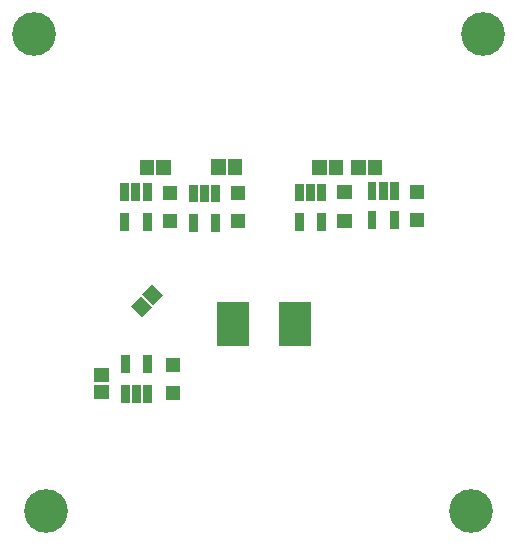
<source format=gbs>
G04 Layer: BottomSolderMaskLayer*
G04 EasyEDA v6.3.22, 2020-01-22T11:07:26+01:00*
G04 6c73b54d2adc4a05a2782a56d08821ed,6ac03ef627a24f5ab7c901ca926ad83b,10*
G04 Gerber Generator version 0.2*
G04 Scale: 100 percent, Rotated: No, Reflected: No *
G04 Dimensions in millimeters *
G04 leading zeros omitted , absolute positions ,3 integer and 3 decimal *
%FSLAX33Y33*%
%MOMM*%
G90*
G71D02*

%ADD24C,3.703193*%

%LPD*%
G36*
G01X24739Y21148D02*
G01X24739Y24851D01*
G01X27442Y24851D01*
G01X27442Y21148D01*
G01X24739Y21148D01*
G37*
G36*
G01X19458Y21148D02*
G01X19458Y24851D01*
G01X22161Y24851D01*
G01X22161Y21148D01*
G01X19458Y21148D01*
G37*
G54D24*
G01X4999Y7140D03*
G01X40999Y7140D03*
G01X41999Y47499D03*
G01X3999Y47499D03*
G36*
G01X26052Y33357D02*
G01X26052Y34861D01*
G01X26807Y34861D01*
G01X26807Y33357D01*
G01X26052Y33357D01*
G37*
G36*
G01X27002Y33357D02*
G01X27002Y34861D01*
G01X27757Y34861D01*
G01X27757Y33357D01*
G01X27002Y33357D01*
G37*
G36*
G01X27952Y33357D02*
G01X27952Y34861D01*
G01X28707Y34861D01*
G01X28707Y33357D01*
G01X27952Y33357D01*
G37*
G36*
G01X27952Y30858D02*
G01X27952Y32362D01*
G01X28707Y32362D01*
G01X28707Y30858D01*
G01X27952Y30858D01*
G37*
G36*
G01X26052Y30858D02*
G01X26052Y32362D01*
G01X26807Y32362D01*
G01X26807Y30858D01*
G01X26052Y30858D01*
G37*
G36*
G01X32222Y33507D02*
G01X32222Y35011D01*
G01X32976Y35011D01*
G01X32976Y33507D01*
G01X32222Y33507D01*
G37*
G36*
G01X33172Y33507D02*
G01X33172Y35011D01*
G01X33926Y35011D01*
G01X33926Y33507D01*
G01X33172Y33507D01*
G37*
G36*
G01X34122Y33507D02*
G01X34122Y35011D01*
G01X34876Y35011D01*
G01X34876Y33507D01*
G01X34122Y33507D01*
G37*
G36*
G01X34122Y31008D02*
G01X34122Y32512D01*
G01X34876Y32512D01*
G01X34876Y31008D01*
G01X34122Y31008D01*
G37*
G36*
G01X32222Y31008D02*
G01X32222Y32512D01*
G01X32976Y32512D01*
G01X32976Y31008D01*
G01X32222Y31008D01*
G37*
G36*
G01X17104Y33279D02*
G01X17104Y34780D01*
G01X17856Y34780D01*
G01X17856Y33279D01*
G01X17104Y33279D01*
G37*
G36*
G01X18054Y33279D02*
G01X18054Y34780D01*
G01X18806Y34780D01*
G01X18806Y33279D01*
G01X18054Y33279D01*
G37*
G36*
G01X19004Y33279D02*
G01X19004Y34780D01*
G01X19756Y34780D01*
G01X19756Y33279D01*
G01X19004Y33279D01*
G37*
G36*
G01X19004Y30777D02*
G01X19004Y32280D01*
G01X19756Y32280D01*
G01X19756Y30777D01*
G01X19004Y30777D01*
G37*
G36*
G01X17104Y30777D02*
G01X17104Y32280D01*
G01X17856Y32280D01*
G01X17856Y30777D01*
G01X17104Y30777D01*
G37*
G36*
G01X11282Y33378D02*
G01X11282Y34881D01*
G01X12037Y34881D01*
G01X12037Y33378D01*
G01X11282Y33378D01*
G37*
G36*
G01X12232Y33378D02*
G01X12232Y34881D01*
G01X12987Y34881D01*
G01X12987Y33378D01*
G01X12232Y33378D01*
G37*
G36*
G01X13182Y33378D02*
G01X13182Y34881D01*
G01X13936Y34881D01*
G01X13936Y33378D01*
G01X13182Y33378D01*
G37*
G36*
G01X13182Y30878D02*
G01X13182Y32382D01*
G01X13936Y32382D01*
G01X13936Y30878D01*
G01X13182Y30878D01*
G37*
G36*
G01X11282Y30878D02*
G01X11282Y32382D01*
G01X12037Y32382D01*
G01X12037Y30878D01*
G01X11282Y30878D01*
G37*
G36*
G01X14869Y33469D02*
G01X14869Y34671D01*
G01X16070Y34671D01*
G01X16070Y33469D01*
G01X14869Y33469D01*
G37*
G36*
G01X14869Y31069D02*
G01X14869Y32270D01*
G01X16070Y32270D01*
G01X16070Y31069D01*
G01X14869Y31069D01*
G37*
G36*
G01X20637Y33469D02*
G01X20637Y34671D01*
G01X21841Y34671D01*
G01X21841Y33469D01*
G01X20637Y33469D01*
G37*
G36*
G01X20637Y31069D02*
G01X20637Y32270D01*
G01X21841Y32270D01*
G01X21841Y31069D01*
G01X20637Y31069D01*
G37*
G36*
G01X29677Y33528D02*
G01X29677Y34732D01*
G01X30881Y34732D01*
G01X30881Y33528D01*
G01X29677Y33528D01*
G37*
G36*
G01X29677Y31127D02*
G01X29677Y32331D01*
G01X30881Y32331D01*
G01X30881Y31127D01*
G01X29677Y31127D01*
G37*
G36*
G01X35829Y33568D02*
G01X35829Y34772D01*
G01X37030Y34772D01*
G01X37030Y33568D01*
G01X35829Y33568D01*
G37*
G36*
G01X35829Y31168D02*
G01X35829Y32372D01*
G01X37030Y32372D01*
G01X37030Y31168D01*
G01X35829Y31168D01*
G37*
G36*
G01X13243Y16327D02*
G01X13243Y17830D01*
G01X13995Y17830D01*
G01X13995Y16327D01*
G01X13243Y16327D01*
G37*
G36*
G01X12293Y16327D02*
G01X12293Y17830D01*
G01X13045Y17830D01*
G01X13045Y16327D01*
G01X12293Y16327D01*
G37*
G36*
G01X11343Y16327D02*
G01X11343Y17830D01*
G01X12095Y17830D01*
G01X12095Y16327D01*
G01X11343Y16327D01*
G37*
G36*
G01X11343Y18829D02*
G01X11343Y20332D01*
G01X12095Y20332D01*
G01X12095Y18829D01*
G01X11343Y18829D01*
G37*
G36*
G01X13243Y18829D02*
G01X13243Y20332D01*
G01X13995Y20332D01*
G01X13995Y18829D01*
G01X13243Y18829D01*
G37*
G36*
G01X12938Y35557D02*
G01X12938Y36860D01*
G01X14142Y36860D01*
G01X14142Y35557D01*
G01X12938Y35557D01*
G37*
G36*
G01X14338Y35557D02*
G01X14338Y36860D01*
G01X15542Y36860D01*
G01X15542Y35557D01*
G01X14338Y35557D01*
G37*
G36*
G01X18999Y35608D02*
G01X18999Y36911D01*
G01X20200Y36911D01*
G01X20200Y35608D01*
G01X18999Y35608D01*
G37*
G36*
G01X20398Y35608D02*
G01X20398Y36911D01*
G01X21602Y36911D01*
G01X21602Y35608D01*
G01X20398Y35608D01*
G37*
G36*
G01X27559Y35598D02*
G01X27559Y36901D01*
G01X28760Y36901D01*
G01X28760Y35598D01*
G01X27559Y35598D01*
G37*
G36*
G01X28958Y35598D02*
G01X28958Y36901D01*
G01X30162Y36901D01*
G01X30162Y35598D01*
G01X28958Y35598D01*
G37*
G36*
G01X32247Y35598D02*
G01X32247Y36901D01*
G01X33451Y36901D01*
G01X33451Y35598D01*
G01X32247Y35598D01*
G37*
G36*
G01X30848Y35598D02*
G01X30848Y36901D01*
G01X32052Y36901D01*
G01X32052Y35598D01*
G01X30848Y35598D01*
G37*
G36*
G01X9047Y16639D02*
G01X9047Y17841D01*
G01X10350Y17841D01*
G01X10350Y16639D01*
G01X9047Y16639D01*
G37*
G36*
G01X9047Y18039D02*
G01X9047Y19240D01*
G01X10350Y19240D01*
G01X10350Y18039D01*
G01X9047Y18039D01*
G37*
G36*
G01X15158Y16538D02*
G01X15158Y17742D01*
G01X16362Y17742D01*
G01X16362Y16538D01*
G01X15158Y16538D01*
G37*
G36*
G01X15158Y18938D02*
G01X15158Y20142D01*
G01X16362Y20142D01*
G01X16362Y18938D01*
G01X15158Y18938D01*
G37*
G36*
G01X13086Y23563D02*
G01X12164Y24485D01*
G01X13014Y25336D01*
G01X13936Y24414D01*
G01X13086Y23563D01*
G37*
G36*
G01X14074Y24554D02*
G01X13154Y25476D01*
G01X14005Y26327D01*
G01X14925Y25405D01*
G01X14074Y24554D01*
G37*
M00*
M02*

</source>
